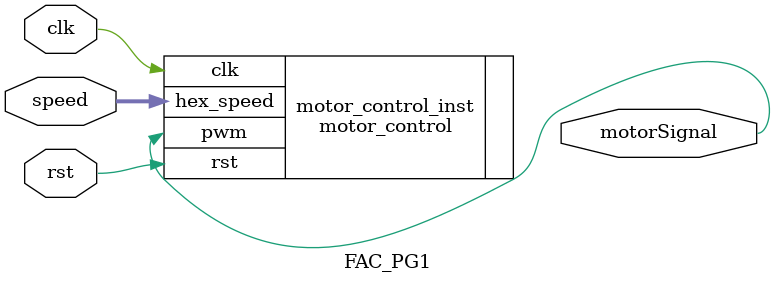
<source format=sv>
module FAC_PG1(
    input wire clk,         // Clock signal
    input wire rst,         // Reset signal
    input wire [3:0] speed, // Speed control input (4 bits for 16 speed settings)
    output wire motorSignal         // PWM output to motor
);

    // Instantiate the motor_control module
    motor_control motor_control_inst(
        .clk(clk),
        .rst(rst),
        .hex_speed(speed),
        .pwm(motorSignal)
    );

endmodule
</source>
